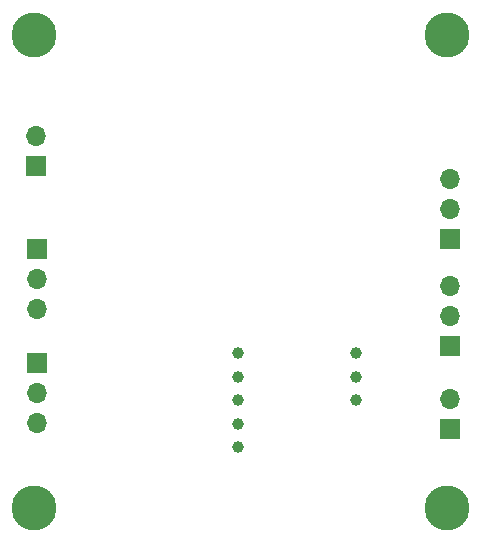
<source format=gbr>
%TF.GenerationSoftware,KiCad,Pcbnew,8.0.8*%
%TF.CreationDate,2025-06-23T11:54:19+02:00*%
%TF.ProjectId,LedDimmer,4c656444-696d-46d6-9572-2e6b69636164,rev?*%
%TF.SameCoordinates,Original*%
%TF.FileFunction,Soldermask,Bot*%
%TF.FilePolarity,Negative*%
%FSLAX46Y46*%
G04 Gerber Fmt 4.6, Leading zero omitted, Abs format (unit mm)*
G04 Created by KiCad (PCBNEW 8.0.8) date 2025-06-23 11:54:19*
%MOMM*%
%LPD*%
G01*
G04 APERTURE LIST*
%ADD10C,2.600000*%
%ADD11C,3.800000*%
%ADD12C,1.000000*%
%ADD13R,1.700000X1.700000*%
%ADD14O,1.700000X1.700000*%
G04 APERTURE END LIST*
D10*
%TO.C,H4*%
X40430000Y-62010000D03*
D11*
X40430000Y-62010000D03*
%TD*%
D12*
%TO.C,TP3*%
X67730000Y-92910000D03*
%TD*%
%TO.C,TP5*%
X57730000Y-90910000D03*
%TD*%
D13*
%TO.C,J5*%
X75700000Y-88335000D03*
D14*
X75700000Y-85795000D03*
X75700000Y-83255000D03*
%TD*%
D10*
%TO.C,H2*%
X75430000Y-102010000D03*
D11*
X75430000Y-102010000D03*
%TD*%
D13*
%TO.C,J1*%
X40700000Y-80100000D03*
D14*
X40700000Y-82640000D03*
X40700000Y-85180000D03*
%TD*%
D13*
%TO.C,J2*%
X40630000Y-73050000D03*
D14*
X40630000Y-70510000D03*
%TD*%
D12*
%TO.C,TP4*%
X57730000Y-92910000D03*
%TD*%
%TO.C,TP2*%
X67730000Y-90910000D03*
%TD*%
%TO.C,TP1*%
X67730000Y-88910000D03*
%TD*%
D10*
%TO.C,H3*%
X40430000Y-102010000D03*
D11*
X40430000Y-102010000D03*
%TD*%
D13*
%TO.C,J6*%
X75700000Y-95350000D03*
D14*
X75700000Y-92810000D03*
%TD*%
D12*
%TO.C,TP8*%
X57730000Y-94910000D03*
%TD*%
D13*
%TO.C,J4*%
X75700000Y-79225000D03*
D14*
X75700000Y-76685000D03*
X75700000Y-74145000D03*
%TD*%
D12*
%TO.C,TP6*%
X57730000Y-88910000D03*
%TD*%
D13*
%TO.C,J3*%
X40700000Y-89775000D03*
D14*
X40700000Y-92315000D03*
X40700000Y-94855000D03*
%TD*%
D12*
%TO.C,TP7*%
X57730000Y-96910000D03*
%TD*%
D10*
%TO.C,H1*%
X75430000Y-62010000D03*
D11*
X75430000Y-62010000D03*
%TD*%
M02*

</source>
